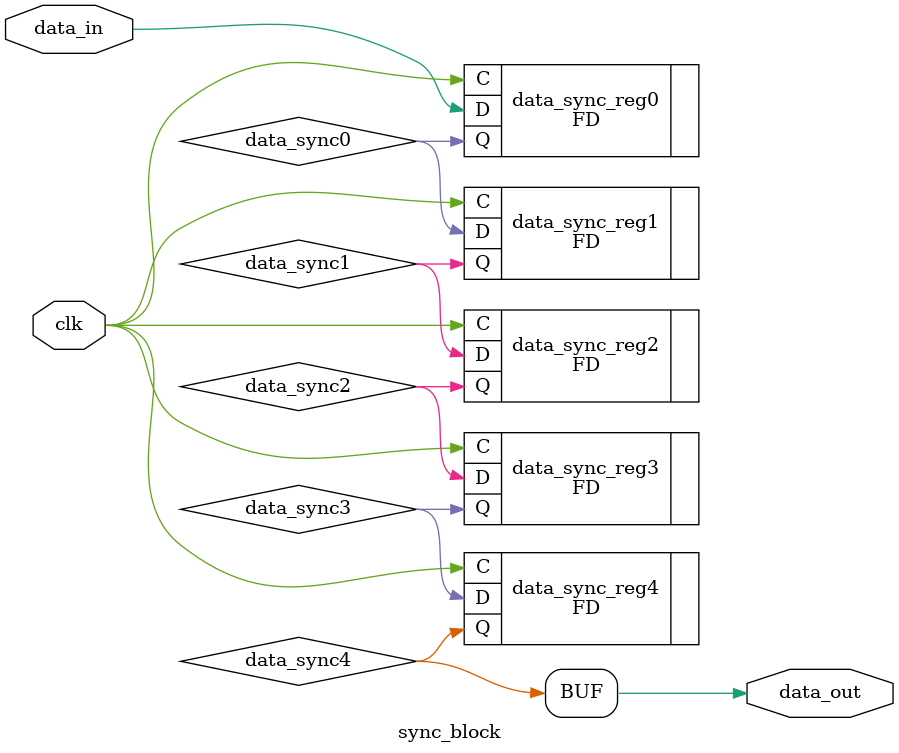
<source format=v>




`timescale 1ps / 1ps

//(* dont_touch = "yes" *)
module sync_block #(
  parameter INITIALISE = 1'b0
)
(
  input        clk,              // clock to be sync'ed to
  input        data_in,          // Data to be 'synced'
  output       data_out          // synced data
);

  // Internal Signals
  wire   data_sync0;
  wire   data_sync1;
  wire   data_sync2;
  wire   data_sync3;
  wire   data_sync4;


  (* ASYNC_REG = "TRUE", SHREG_EXTRACT = "NO" *)
  FD #(
    .INIT (INITIALISE[0])
  ) data_sync_reg0 (
    .C  (clk),
    .D  (data_in),
    .Q  (data_sync0)
  );

  (* ASYNC_REG = "TRUE", SHREG_EXTRACT = "NO" *)
  FD #(
   .INIT (INITIALISE[0])
  ) data_sync_reg1 (
  .C  (clk),
  .D  (data_sync0),
  .Q  (data_sync1)
  );

  (* ASYNC_REG = "TRUE", SHREG_EXTRACT = "NO" *)
  FD #(
   .INIT (INITIALISE[0])
  ) data_sync_reg2 (
  .C  (clk),
  .D  (data_sync1),
  .Q  (data_sync2)
  );

  (* ASYNC_REG = "TRUE", SHREG_EXTRACT = "NO" *)
  FD #(
   .INIT (INITIALISE[0])
  ) data_sync_reg3 (
  .C  (clk),
  .D  (data_sync2),
  .Q  (data_sync3)
  );

  (* ASYNC_REG = "TRUE", SHREG_EXTRACT = "NO" *)
  FD #(
   .INIT (INITIALISE[0])
  ) data_sync_reg4 (
  .C  (clk),
  .D  (data_sync3),
  .Q  (data_sync4)
  );

  assign data_out = data_sync4;


endmodule

</source>
